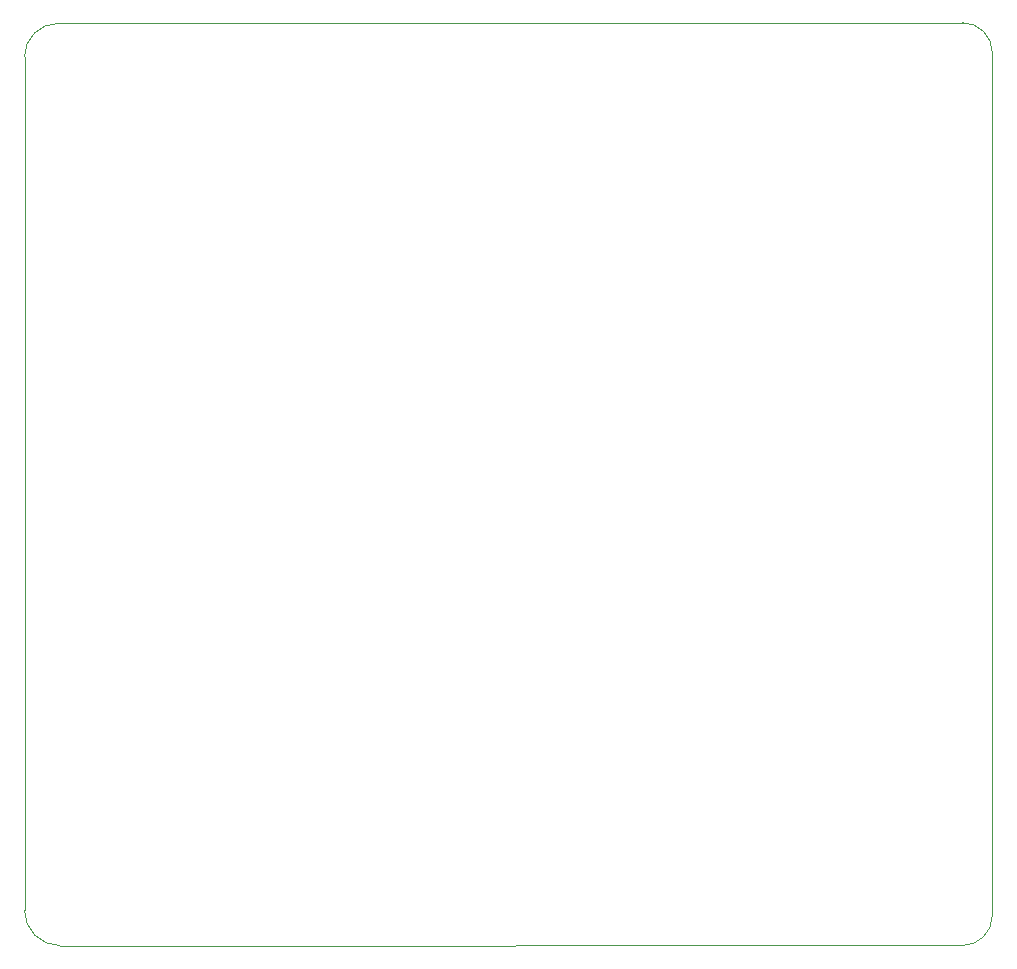
<source format=gm1>
G04 #@! TF.GenerationSoftware,KiCad,Pcbnew,8.0.8*
G04 #@! TF.CreationDate,2025-04-14T10:59:08+01:00*
G04 #@! TF.ProjectId,Bat-mon_v1,4261742d-6d6f-46e5-9f76-312e6b696361,rev?*
G04 #@! TF.SameCoordinates,Original*
G04 #@! TF.FileFunction,Profile,NP*
%FSLAX46Y46*%
G04 Gerber Fmt 4.6, Leading zero omitted, Abs format (unit mm)*
G04 Created by KiCad (PCBNEW 8.0.8) date 2025-04-14 10:59:08*
%MOMM*%
%LPD*%
G01*
G04 APERTURE LIST*
G04 #@! TA.AperFunction,Profile*
%ADD10C,0.050000*%
G04 #@! TD*
G04 APERTURE END LIST*
D10*
X103548959Y-100298959D02*
G75*
G02*
X101048959Y-102798959I-2500059J59D01*
G01*
X21616726Y-99816726D02*
X21616726Y-27566726D01*
X24616726Y-102816726D02*
G75*
G02*
X21616724Y-99816726I4J3000006D01*
G01*
X103548959Y-100298959D02*
X103560411Y-27185604D01*
X21616726Y-27566726D02*
G75*
G02*
X24445477Y-24737976I2828754J-4D01*
G01*
X24616726Y-102816726D02*
X101048959Y-102798959D01*
X24445477Y-24737975D02*
X101042645Y-24685542D01*
X101042645Y-24685542D02*
G75*
G02*
X103560495Y-27185603I55J-2517858D01*
G01*
M02*

</source>
